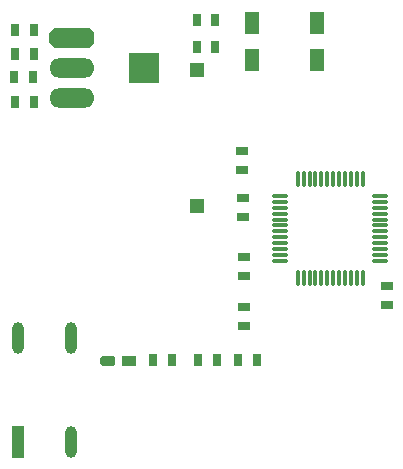
<source format=gtp>
G04*
G04 #@! TF.GenerationSoftware,Altium Limited,Altium Designer,19.0.12 (326)*
G04*
G04 Layer_Color=8421504*
%FSLAX25Y25*%
%MOIN*%
G70*
G01*
G75*
%ADD18R,0.03150X0.03937*%
G04:AMPARAMS|DCode=19|XSize=150mil|YSize=65mil|CornerRadius=0mil|HoleSize=0mil|Usage=FLASHONLY|Rotation=0.000|XOffset=0mil|YOffset=0mil|HoleType=Round|Shape=Octagon|*
%AMOCTAGOND19*
4,1,8,0.07500,-0.01625,0.07500,0.01625,0.05875,0.03250,-0.05875,0.03250,-0.07500,0.01625,-0.07500,-0.01625,-0.05875,-0.03250,0.05875,-0.03250,0.07500,-0.01625,0.0*
%
%ADD19OCTAGOND19*%

%ADD20O,0.15000X0.06500*%
%ADD21R,0.10000X0.10000*%
%ADD22O,0.05709X0.01181*%
%ADD23O,0.01181X0.05709*%
%ADD24R,0.03937X0.03150*%
%ADD25R,0.05000X0.05000*%
%ADD26R,0.05000X0.03500*%
G04:AMPARAMS|DCode=27|XSize=50mil|YSize=35mil|CornerRadius=0mil|HoleSize=0mil|Usage=FLASHONLY|Rotation=180.000|XOffset=0mil|YOffset=0mil|HoleType=Round|Shape=Octagon|*
%AMOCTAGOND27*
4,1,8,-0.02500,0.00875,-0.02500,-0.00875,-0.01625,-0.01750,0.01625,-0.01750,0.02500,-0.00875,0.02500,0.00875,0.01625,0.01750,-0.01625,0.01750,-0.02500,0.00875,0.0*
%
%ADD27OCTAGOND27*%

%ADD28O,0.03937X0.10630*%
%ADD29R,0.03937X0.10630*%
%ADD30R,0.05118X0.07480*%
D18*
X30850Y121000D02*
D03*
X37150D02*
D03*
Y145000D02*
D03*
X30850D02*
D03*
X37000Y129500D02*
D03*
X30701D02*
D03*
X30850Y137000D02*
D03*
X37150D02*
D03*
X111724Y35131D02*
D03*
X105425D02*
D03*
X97752Y139500D02*
D03*
X91453D02*
D03*
X97752Y148500D02*
D03*
X91453D02*
D03*
X83150Y35000D02*
D03*
X76850D02*
D03*
X98150Y35131D02*
D03*
X91850D02*
D03*
D19*
X50000Y142500D02*
D03*
D20*
Y122500D02*
D03*
Y132500D02*
D03*
D21*
X74000Y132500D02*
D03*
D22*
X119366Y89827D02*
D03*
Y87858D02*
D03*
Y85890D02*
D03*
Y83921D02*
D03*
Y81953D02*
D03*
Y79984D02*
D03*
Y78016D02*
D03*
Y76047D02*
D03*
Y74079D02*
D03*
Y72110D02*
D03*
Y70142D02*
D03*
Y68173D02*
D03*
X152634D02*
D03*
Y70142D02*
D03*
Y72110D02*
D03*
Y74079D02*
D03*
Y76047D02*
D03*
Y78016D02*
D03*
Y79984D02*
D03*
Y81953D02*
D03*
Y83921D02*
D03*
Y85890D02*
D03*
Y87858D02*
D03*
Y89827D02*
D03*
D23*
X125173Y62366D02*
D03*
X127142D02*
D03*
X129110D02*
D03*
X131079D02*
D03*
X133047D02*
D03*
X135016D02*
D03*
X136984D02*
D03*
X138953D02*
D03*
X140921D02*
D03*
X142890D02*
D03*
X144858D02*
D03*
X146827D02*
D03*
Y95634D02*
D03*
X144858D02*
D03*
X142890D02*
D03*
X140921D02*
D03*
X138953D02*
D03*
X136984D02*
D03*
X135016D02*
D03*
X133047D02*
D03*
X131079D02*
D03*
X129110D02*
D03*
X127142D02*
D03*
X125173D02*
D03*
D24*
X107000Y82850D02*
D03*
Y89150D02*
D03*
X106500Y104827D02*
D03*
Y98527D02*
D03*
X155053Y53350D02*
D03*
Y59650D02*
D03*
X107350Y69500D02*
D03*
Y63201D02*
D03*
X107394Y52799D02*
D03*
Y46500D02*
D03*
D25*
X91500Y86469D02*
D03*
Y131744D02*
D03*
D26*
X68960Y34868D02*
D03*
D27*
X61960D02*
D03*
D28*
X32000Y42500D02*
D03*
X49716D02*
D03*
Y7854D02*
D03*
D29*
X32000D02*
D03*
D30*
X109949Y147598D02*
D03*
X131602D02*
D03*
Y135000D02*
D03*
X109949D02*
D03*
M02*

</source>
